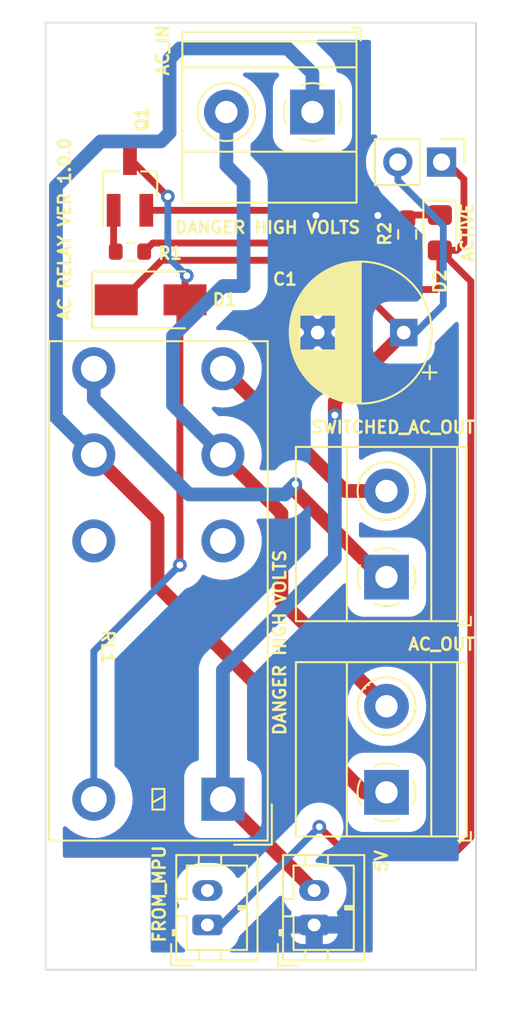
<source format=kicad_pcb>
(kicad_pcb (version 20211014) (generator pcbnew)
  (layers (0 "F.Cu" signal) (31 "B.Cu" signal) (34 "B.Paste" user) (35 "F.Paste" user) (36 "B.SilkS" user "B.Silkscreen") (37 "F.SilkS" user "F.Silkscreen") (38 "B.Mask" user) (39 "F.Mask" user) (44 "Edge.Cuts" user))
  (net 0 "")
  (net 1 "AC1")
  (net 2 "AC2")
  (net 3 "GND")
  (net 4 "5V")
  (net 5 "Net-(Q1-Pad1)")
  (net 6 "Net-(D1-Pad2)")
  (net 7 "ACTIVATE")
  (net 8 "AC1OUT")
  (net 9 "AC2OUT")
  (net 12 "Net-(D2-Pad1)")
  (footprint "MountingHole:MountingHole_3.2mm_M3" (layer "F.Cu") (at 163.5 133.5)
    (fp_text reference "H1" hide)
    (fp_text value "MountingHole")
    (pad "" np_thru_hole circle (at 0 0) (size 3.2 3.2) (drill 3.2) (layers *.Cu *.Mask))
  )
  (footprint "TerminalBlock_Phoenix:TerminalBlock_Phoenix_MKDS-1,5-2_1x02_P5.00mm_Horizontal" (layer "F.Cu") (at 156.5 86.195 180)
    (fp_text reference "J6" hide)
    (fp_text value "Screw_Terminal_01x02")
    (fp_line (start 7.56 -5.261) (end 7.56 4.66) (layer "F.SilkS") (width 0.12))
    (fp_line (start -2.56 -5.261) (end -2.56 4.66) (layer "F.SilkS") (width 0.12))
    (fp_line (start -2.56 -2.301) (end 7.56 -2.301) (layer "F.SilkS") (width 0.12))
    (fp_line (start 3.966 1.239) (end 3.931 1.274) (layer "F.SilkS") (width 0.12))
    (fp_line (start -2.8 4.16) (end -2.8 4.9) (layer "F.SilkS") (width 0.12))
    (fp_line (start 6.275 -1.069) (end 6.228 -1.023) (layer "F.SilkS") (width 0.12))
    (fp_line (start -2.8 4.9) (end -2.3 4.9) (layer "F.SilkS") (width 0.12))
    (fp_line (start 3.773 1.023) (end 3.726 1.069) (layer "F.SilkS") (width 0.12))
    (fp_line (start -2.56 4.66) (end 7.56 4.66) (layer "F.SilkS") (width 0.12))
    (fp_line (start 6.07 -1.275) (end 6.035 -1.239) (layer "F.SilkS") (width 0.12))
    (fp_line (start -2.56 -5.261) (end 7.56 -5.261) (layer "F.SilkS") (width 0.12))
    (fp_line (start -2.56 4.1) (end 7.56 4.1) (layer "F.SilkS") (width 0.12))
    (fp_line (start -2.56 2.6) (end 7.56 2.6) (layer "F.SilkS") (width 0.12))
    (fp_arc (start -0.683042 -1.535427) (mid 0.000524 -1.680501) (end 0.684 -1.535) (layer "F.SilkS") (width 0.12))
    (fp_arc (start 0.028805 1.680253) (mid -0.335551 1.646659) (end -0.684 1.535) (layer "F.SilkS") (width 0.12))
    (fp_arc (start 0.683318 1.534756) (mid 0.349292 1.643288) (end 0 1.68) (layer "F.SilkS") (width 0.12))
    (fp_arc (start 1.535427 -0.683042) (mid 1.680501 0.000524) (end 1.535 0.684) (layer "F.SilkS") (width 0.12))
    (fp_arc (start -1.535427 0.683042) (mid -1.680501 -0.000524) (end -1.535 -0.684) (layer "F.SilkS") (width 0.12))
    (fp_circle (center 5 0) (end 6.68 0) (layer "F.SilkS") (width 0.12) (fill none))
    (pad "1" thru_hole rect (at 0 0 180) (size 2.6 2.6) (drill 1.3) (layers *.Cu *.Mask) (net 1 "AC1"))
    (pad "2" thru_hole circle (at 5 0 180) (size 2.6 2.6) (drill 1.3) (layers *.Cu *.Mask) (net 2 "AC2"))
  )
  (footprint "Diode_SMD:D_SMA" (layer "F.Cu") (at 147.1 97.1)
    (fp_text reference "D1" (at 4.3 0 unlocked) (layer "F.SilkS") (effects (font (size 0.7 0.7))))
    (fp_text value "1N4001")
    (fp_line (start -3.4 -1.65) (end -3.4 1.65) (layer "F.SilkS") (width 0.12))
    (fp_line (start -3.4 1.65) (end 2 1.65) (layer "F.SilkS") (width 0.12))
    (fp_line (start -3.4 -1.65) (end 2 -1.65) (layer "F.SilkS") (width 0.12))
    (pad "1" smd rect (at -2 0) (size 2.5 1.8) (layers "F.Cu" "F.Paste" "F.Mask") (net 4 "5V"))
    (pad "2" smd rect (at 2 0) (size 2.5 1.8) (layers "F.Cu" "F.Paste" "F.Mask") (net 6 "Net-(D1-Pad2)"))
  )
  (footprint "MountingHole:MountingHole_3.2mm_M3" (layer "F.Cu") (at 164 83.5)
    (fp_text reference "H2" hide)
    (fp_text value "MountingHole")
    (pad "" np_thru_hole circle (at 0 0) (size 3.2 3.2) (drill 3.2) (layers *.Cu *.Mask))
  )
  (footprint "TerminalBlock_Phoenix:TerminalBlock_Phoenix_MKDS-1,5-2_1x02_P5.00mm_Horizontal" (layer "F.Cu") (at 160.8 113.2 90)
    (fp_text reference "J3" hide)
    (fp_text value "Screw_Terminal_01x02")
    (fp_line (start -2.56 -5.261) (end -2.56 4.66) (layer "F.SilkS") (width 0.12))
    (fp_line (start 6.275 -1.069) (end 6.228 -1.023) (layer "F.SilkS") (width 0.12))
    (fp_line (start -2.56 -2.301) (end 7.56 -2.301) (layer "F.SilkS") (width 0.12))
    (fp_line (start 6.07 -1.275) (end 6.035 -1.239) (layer "F.SilkS") (width 0.12))
    (fp_line (start 3.773 1.023) (end 3.726 1.069) (layer "F.SilkS") (width 0.12))
    (fp_line (start 3.966 1.239) (end 3.931 1.274) (layer "F.SilkS") (width 0.12))
    (fp_line (start 7.56 -5.261) (end 7.56 4.66) (layer "F.SilkS") (width 0.12))
    (fp_line (start -2.56 -5.261) (end 7.56 -5.261) (layer "F.SilkS") (width 0.12))
    (fp_line (start -2.56 4.66) (end 7.56 4.66) (layer "F.SilkS") (width 0.12))
    (fp_line (start -2.8 4.9) (end -2.3 4.9) (layer "F.SilkS") (width 0.12))
    (fp_line (start -2.56 2.6) (end 7.56 2.6) (layer "F.SilkS") (width 0.12))
    (fp_line (start -2.8 4.16) (end -2.8 4.9) (layer "F.SilkS") (width 0.12))
    (fp_line (start -2.56 4.1) (end 7.56 4.1) (layer "F.SilkS") (width 0.12))
    (fp_arc (start -1.535427 0.683042) (mid -1.680501 -0.000524) (end -1.535 -0.684) (layer "F.SilkS") (width 0.12))
    (fp_arc (start -0.683042 -1.535427) (mid 0.000524 -1.680501) (end 0.684 -1.535) (layer "F.SilkS") (width 0.12))
    (fp_arc (start 1.535427 -0.683042) (mid 1.680501 0.000524) (end 1.535 0.684) (layer "F.SilkS") (width 0.12))
    (fp_arc (start 0.028805 1.680253) (mid -0.335551 1.646659) (end -0.684 1.535) (layer "F.SilkS") (width 0.12))
    (fp_arc (start 0.683318 1.534756) (mid 0.349292 1.643288) (end 0 1.68) (layer "F.SilkS") (width 0.12))
    (fp_circle (center 5 0) (end 6.68 0) (layer "F.SilkS") (width 0.12) (fill none))
    (pad "1" thru_hole rect (at 0 0 90) (size 2.6 2.6) (drill 1.3) (layers *.Cu *.Mask) (net 9 "AC2OUT"))
    (pad "2" thru_hole circle (at 5 0 90) (size 2.6 2.6) (drill 1.3) (layers *.Cu *.Mask) (net 8 "AC1OUT"))
  )
  (footprint "MountingHole:MountingHole_3.2mm_M3" (layer "F.Cu") (at 143.5 83.5)
    (fp_text reference "H4" hide)
    (fp_text value "MountingHole")
    (pad "" np_thru_hole circle (at 0 0) (size 3.2 3.2) (drill 3.2) (layers *.Cu *.Mask))
  )
  (footprint "TerminalBlock_Phoenix:TerminalBlock_Phoenix_MKDS-1,5-2_1x02_P5.00mm_Horizontal" (layer "F.Cu") (at 160.8 125.7 90)
    (fp_text reference "J5" hide)
    (fp_text value "Screw_Terminal_01x02")
    (fp_line (start 6.07 -1.275) (end 6.035 -1.239) (layer "F.SilkS") (width 0.12))
    (fp_line (start 6.275 -1.069) (end 6.228 -1.023) (layer "F.SilkS") (width 0.12))
    (fp_line (start -2.8 4.16) (end -2.8 4.9) (layer "F.SilkS") (width 0.12))
    (fp_line (start 7.56 -5.261) (end 7.56 4.66) (layer "F.SilkS") (width 0.12))
    (fp_line (start -2.56 4.1) (end 7.56 4.1) (layer "F.SilkS") (width 0.12))
    (fp_line (start 3.773 1.023) (end 3.726 1.069) (layer "F.SilkS") (width 0.12))
    (fp_line (start -2.56 -5.261) (end 7.56 -5.261) (layer "F.SilkS") (width 0.12))
    (fp_line (start -2.56 -5.261) (end -2.56 4.66) (layer "F.SilkS") (width 0.12))
    (fp_line (start -2.56 -2.301) (end 7.56 -2.301) (layer "F.SilkS") (width 0.12))
    (fp_line (start 3.966 1.239) (end 3.931 1.274) (layer "F.SilkS") (width 0.12))
    (fp_line (start -2.8 4.9) (end -2.3 4.9) (layer "F.SilkS") (width 0.12))
    (fp_line (start -2.56 4.66) (end 7.56 4.66) (layer "F.SilkS") (width 0.12))
    (fp_line (start -2.56 2.6) (end 7.56 2.6) (layer "F.SilkS") (width 0.12))
    (fp_arc (start -0.683042 -1.535427) (mid 0.000524 -1.680501) (end 0.684 -1.535) (layer "F.SilkS") (width 0.12))
    (fp_arc (start 0.683318 1.534756) (mid 0.349292 1.643288) (end 0 1.68) (layer "F.SilkS") (width 0.12))
    (fp_arc (start 0.028805 1.680253) (mid -0.335551 1.646659) (end -0.684 1.535) (layer "F.SilkS") (width 0.12))
    (fp_arc (start -1.535427 0.683042) (mid -1.680501 -0.000524) (end -1.535 -0.684) (layer "F.SilkS") (width 0.12))
    (fp_arc (start 1.535427 -0.683042) (mid 1.680501 0.000524) (end 1.535 0.684) (layer "F.SilkS") (width 0.12))
    (fp_circle (center 5 0) (end 6.68 0) (layer "F.SilkS") (width 0.12) (fill none))
    (pad "1" thru_hole rect (at 0 0 90) (size 2.6 2.6) (drill 1.3) (layers *.Cu *.Mask) (net 1 "AC1"))
    (pad "2" thru_hole circle (at 5 0 90) (size 2.6 2.6) (drill 1.3) (layers *.Cu *.Mask) (net 2 "AC2"))
  )
  (footprint "Connector_PinHeader_2.54mm:PinHeader_1x02_P2.54mm_Vertical" (layer "F.Cu") (at 164 89.1 -90)
    (fp_text reference "J2" hide)
    (fp_text value "Conn_01x02_Male")
    (fp_line (start -1.33 3.87) (end 1.33 3.87) (layer "F.SilkS") (width 0.12))
    (fp_line (start -1.33 1.27) (end 1.33 1.27) (layer "F.SilkS") (width 0.12))
    (fp_line (start -1.33 0) (end -1.33 -1.33) (layer "F.SilkS") (width 0.12))
    (fp_line (start 1.33 1.27) (end 1.33 3.87) (layer "F.SilkS") (width 0.12))
    (fp_line (start -1.33 1.27) (end -1.33 3.87) (layer "F.SilkS") (width 0.12))
    (fp_line (start -1.33 -1.33) (end 0 -1.33) (layer "F.SilkS") (width 0.12))
    (pad "1" thru_hole rect (at 0 0 270) (size 1.7 1.7) (drill 1) (layers *.Cu *.Mask) (net 7 "ACTIVATE"))
    (pad "2" thru_hole oval (at 0 2.54 270) (size 1.7 1.7) (drill 1) (layers *.Cu *.Mask) (net 4 "5V"))
  )
  (footprint "Package_TO_SOT_SMD:SOT-23_Handsoldering" (layer "F.Cu") (at 145.9 90.4 90)
    (fp_text reference "Q1" (at 3.8 0.7 90 unlocked) (layer "F.SilkS") (effects (font (size 0.7 0.7))))
    (fp_text value "2SC1945")
    (fp_line (start 0.76 1.58) (end 0.76 0.65) (layer "F.SilkS") (width 0.12))
    (fp_line (start 0.76 -1.58) (end -2.4 -1.58) (layer "F.SilkS") (width 0.12))
    (fp_line (start 0.76 1.58) (end -0.7 1.58) (layer "F.SilkS") (width 0.12))
    (fp_line (start 0.76 -1.58) (end 0.76 -0.65) (layer "F.SilkS") (width 0.12))
    (pad "1" smd rect (at -1.5 -0.95 90) (size 1.9 0.8) (layers "F.Cu" "F.Paste" "F.Mask") (net 5 "Net-(Q1-Pad1)"))
    (pad "2" smd rect (at -1.5 0.95 90) (size 1.9 0.8) (layers "F.Cu" "F.Paste" "F.Mask") (net 3 "GND"))
    (pad "3" smd rect (at 1.5 0 90) (size 1.9 0.8) (layers "F.Cu" "F.Paste" "F.Mask") (net 6 "Net-(D1-Pad2)"))
  )
  (footprint "Relay_THT:Relay_DPDT_Omron_G2RL" (layer "F.Cu") (at 151.3 126.1 90)
    (fp_text reference "RL1" (at 8.8375 -6.6875 270 unlocked) (layer "F.SilkS") (effects (font (size 0.7 0.7))))
    (fp_text value "G2RL-2-ASI-DC5")
    (fp_line (start 0.6 -4.1) (end -0.6 -4.1) (layer "F.SilkS") (width 0.12))
    (fp_line (start -0.3 2.84) (end -2.64 2.84) (layer "F.SilkS") (width 0.12))
    (fp_line (start -0.6 -3.4) (end 0.6 -3.4) (layer "F.SilkS") (width 0.12))
    (fp_line (start -0.6 -4.1) (end -0.6 -3.4) (layer "F.SilkS") (width 0.12))
    (fp_line (start 0.2 -3.4) (end -0.2 -4.1) (layer "F.SilkS") (width 0.12))
    (fp_line (start -2.4 -10.1) (end -2.4 2.6) (layer "F.SilkS") (width 0.12))
    (fp_line (start -2.64 2.84) (end -2.64 0.65) (layer "F.SilkS") (width 0.12))
    (fp_line (start 26.6 2.6) (end 26.6 -10.1) (layer "F.SilkS") (width 0.12))
    (fp_line (start 26.6 -10.1) (end -2.4 -10.1) (layer "F.SilkS") (width 0.12))
    (fp_line (start -2.4 2.6) (end 26.6 2.6) (layer "F.SilkS") (width 0.12))
    (fp_line (start 0.6 -3.4) (end 0.6 -4.1) (layer "F.SilkS") (width 0.12))
    (pad "1" thru_hole rect (at 0 0 180) (size 2.5 2.5) (drill 1.5) (layers *.Cu *.Mask) (net 4 "5V"))
    (pad "2" thru_hole oval (at 15 0 180) (size 2.5 2.5) (drill 1.5) (layers *.Cu *.Mask))
    (pad "3" thru_hole oval (at 20 0 180) (size 2.5 2.5) (drill 1.5) (layers *.Cu *.Mask) (net 2 "AC2"))
    (pad "4" thru_hole oval (at 25 0 180) (size 2.5 2.5) (drill 1.5) (layers *.Cu *.Mask) (net 8 "AC1OUT"))
    (pad "5" thru_hole oval (at 25 -7.5 180) (size 2.5 2.5) (drill 1.5) (layers *.Cu *.Mask) (net 9 "AC2OUT"))
    (pad "6" thru_hole oval (at 20 -7.5 180) (size 2.5 2.5) (drill 1.5) (layers *.Cu *.Mask) (net 1 "AC1"))
    (pad "7" thru_hole oval (at 15 -7.5 180) (size 2.5 2.5) (drill 1.5) (layers *.Cu *.Mask))
    (pad "8" thru_hole oval (at 0 -7.5 180) (size 2.5 2.5) (drill 1.5) (layers *.Cu *.Mask) (net 6 "Net-(D1-Pad2)"))
  )
  (footprint "Diode_SMD:D_0805_2012Metric_Pad1.15x1.40mm_HandSolder" (layer "F.Cu") (at 163.9 93.2 -90)
    (fp_text reference "D2" (at 2.825 0 -270 unlocked) (layer "F.SilkS") (effects (font (size 0.7 0.7))))
    (fp_text value "LED")
    (fp_line (start -1.86 0.96) (end 1 0.96) (layer "F.SilkS") (width 0.12))
    (fp_line (start -1.86 -0.96) (end -1.86 0.96) (layer "F.SilkS") (width 0.12))
    (fp_line (start 1 -0.96) (end -1.86 -0.96) (layer "F.SilkS") (width 0.12))
    (pad "1" smd roundrect (at -1.025 0 270) (size 1.15 1.4) (layers "F.Cu" "F.Paste" "F.Mask") (roundrect_rratio 0.2173913043) (net 12 "Net-(D2-Pad1)"))
    (pad "2" smd roundrect (at 1.025 0 270) (size 1.15 1.4) (layers "F.Cu" "F.Paste" "F.Mask") (roundrect_rratio 0.2173913043) (net 7 "ACTIVATE"))
  )
  (footprint "Resistor_SMD:R_0603_1608Metric_Pad0.98x0.95mm_HandSolder" (layer "F.Cu") (at 162 93.3 -90)
    (fp_text reference "R2" (at -0.0375 1.3 -270 unlocked) (layer "F.SilkS") (effects (font (size 0.7 0.7))))
    (fp_text value "750R")
    (fp_line (start -0.254724 -0.5225) (end 0.254724 -0.5225) (layer "F.SilkS") (width 0.12))
    (fp_line (start -0.254724 0.5225) (end 0.254724 0.5225) (layer "F.SilkS") (width 0.12))
    (pad "1" smd roundrect (at -0.9125 0 270) (size 0.975 0.95) (layers "F.Cu" "F.Paste" "F.Mask") (net 12 "Net-(D2-Pad1)"))
    (pad "2" smd roundrect (at 0.9125 0 270) (size 0.975 0.95) (layers "F.Cu" "F.Paste" "F.Mask") (net 3 "GND"))
  )
  (footprint "Connector_JST:JST_PH_B2B-PH-K_1x02_P2.00mm_Vertical" (layer "F.Cu") (at 150.4 133.4 90)
    (fp_text reference "J1" hide)
    (fp_text value "Conn_01x02_Male")
    (fp_line (start 4.06 -1.81) (end -2.06 -1.81) (layer "F.SilkS") (width 0.12))
    (fp_line (start -2.06 2.91) (end 4.06 2.91) (layer "F.SilkS") (width 0.12))
    (fp_line (start -0.3 -1.81) (end -0.3 -2.01) (layer "F.SilkS") (width 0.12))
    (fp_line (start 1.1 1.8) (end 1.1 2.3) (layer "F.SilkS") (width 0.12))
    (fp_line (start -0.6 -2.01) (end -0.6 -1.81) (layer "F.SilkS") (width 0.12))
    (fp_line (start 0.9 1.8) (end 1.1 1.8) (layer "F.SilkS") (width 0.12))
    (fp_line (start 4.06 0.8) (end 3.45 0.8) (layer "F.SilkS") (width 0.12))
    (fp_line (start 0.9 2.3) (end 0.9 1.8) (layer "F.SilkS") (width 0.12))
    (fp_line (start 3.45 2.3) (end 3.45 -1.2) (layer "F.SilkS") (width 0.12))
    (fp_line (start -0.3 -2.01) (end -0.6 -2.01) (layer "F.SilkS") (width 0.12))
    (fp_line (start 1.5 -1.2) (end 1.5 -1.81) (layer "F.SilkS") (width 0.12))
    (fp_line (start -2.36 -2.11) (end -2.36 -0.86) (layer "F.SilkS") (width 0.12))
    (fp_line (start 4.06 2.91) (end 4.06 -1.81) (layer "F.SilkS") (width 0.12))
    (fp_line (start 0.5 -1.81) (end 0.5 -1.2) (layer "F.SilkS") (width 0.12))
    (fp_line (start 3.45 -1.2) (end 1.5 -1.2) (layer "F.SilkS") (width 0.12))
    (fp_line (start -2.06 0.8) (end -1.45 0.8) (layer "F.SilkS") (width 0.12))
    (fp_line (start -1.11 -2.11) (end -2.36 -2.11) (layer "F.SilkS") (width 0.12))
    (fp_line (start 1 2.3) (end 1 1.8) (layer "F.SilkS") (width 0.12))
    (fp_line (start -2.06 -1.81) (end -2.06 2.91) (layer "F.SilkS") (width 0.12))
    (fp_line (start 4.06 -0.5) (end 3.45 -0.5) (layer "F.SilkS") (width 0.12))
    (fp_line (start -0.3 -1.91) (end -0.6 -1.91) (layer "F.SilkS") (width 0.12))
    (fp_line (start -2.06 -0.5) (end -1.45 -0.5) (layer "F.SilkS") (width 0.12))
    (fp_line (start 0.5 -1.2) (end -1.45 -1.2) (layer "F.SilkS") (width 0.12))
    (fp_line (start -1.45 -1.2) (end -1.45 2.3) (layer "F.SilkS") (width 0.12))
    (fp_line (start -1.45 2.3) (end 3.45 2.3) (layer "F.SilkS") (width 0.12))
    (pad "1" thru_hole roundrect (at 0 0 90) (size 1.2 1.75) (drill 0.75) (layers *.Cu *.Mask) (roundrect_rratio 0.2083333333) (net 7 "ACTIVATE"))
    (pad "2" thru_hole oval (at 2 0 90) (size 1.2 1.75) (drill 0.75) (layers *.Cu *.Mask))
  )
  (footprint "MountingHole:MountingHole_3.2mm_M3" (layer "F.Cu") (at 143.5 133.5)
    (fp_text reference "H3" hide)
    (fp_text value "MountingHole")
    (pad "" np_thru_hole circle (at 0 0) (size 3.2 3.2) (drill 3.2) (layers *.Cu *.Mask))
  )
  (footprint "Resistor_SMD:R_0603_1608Metric" (layer "F.Cu") (at 145.9 94.3 180)
    (fp_text reference "R1" (at -2.33 -0.1 unlocked) (layer "F.SilkS") (effects (font (size 0.7 0.7))))
    (fp_text value "1K")
    (fp_line (start -0.237258 -0.5225) (end 0.237258 -0.5225) (layer "F.SilkS") (width 0.12))
    (fp_line (start -0.237258 0.5225) (end 0.237258 0.5225) (layer "F.SilkS") (width 0.12))
    (pad "1" smd roundrect (at -0.825 0 180) (size 0.8 0.95) (layers "F.Cu" "F.Paste" "F.Mask") (net 7 "ACTIVATE"))
    (pad "2" smd roundrect (at 0.825 0 180) (size 0.8 0.95) (layers "F.Cu" "F.Paste" "F.Mask") (net 5 "Net-(Q1-Pad1)"))
  )
  (footprint "Connector_JST:JST_PH_B2B-PH-K_1x02_P2.00mm_Vertical" (layer "F.Cu") (at 156.6 133.4 90)
    (fp_text reference "J4" hide)
    (fp_text value "Conn_01x02_Male")
    (fp_line (start -1.45 2.3) (end 3.45 2.3) (layer "F.SilkS") (width 0.12))
    (fp_line (start 1 2.3) (end 1 1.8) (layer "F.SilkS") (width 0.12))
    (fp_line (start -2.06 0.8) (end -1.45 0.8) (layer "F.SilkS") (width 0.12))
    (fp_line (start -2.06 -1.81) (end -2.06 2.91) (layer "F.SilkS") (width 0.12))
    (fp_line (start 1.5 -1.2) (end 1.5 -1.81) (layer "F.SilkS") (width 0.12))
    (fp_line (start 0.9 2.3) (end 0.9 1.8) (layer "F.SilkS") (width 0.12))
    (fp_line (start 4.06 0.8) (end 3.45 0.8) (layer "F.SilkS") (width 0.12))
    (fp_line (start 3.45 -1.2) (end 1.5 -1.2) (layer "F.SilkS") (width 0.12))
    (fp_line (start -0.6 -2.01) (end -0.6 -1.81) (layer "F.SilkS") (width 0.12))
    (fp_line (start -2.36 -2.11) (end -2.36 -0.86) (layer "F.SilkS") (width 0.12))
    (fp_line (start -1.45 -1.2) (end -1.45 2.3) (layer "F.SilkS") (width 0.12))
    (fp_line (start -1.11 -2.11) (end -2.36 -2.11) (layer "F.SilkS") (width 0.12))
    (fp_line (start -2.06 -0.5) (end -1.45 -0.5) (layer "F.SilkS") (width 0.12))
    (fp_line (start 0.5 -1.2) (end -1.45 -1.2) (layer "F.SilkS") (width 0.12))
    (fp_line (start -0.3 -2.01) (end -0.6 -2.01) (layer "F.SilkS") (width 0.12))
    (fp_line (start -0.3 -1.81) (end -0.3 -2.01) (layer "F.SilkS") (width 0.12))
    (fp_line (start 4.06 -0.5) (end 3.45 -0.5) (layer "F.SilkS") (width 0.12))
    (fp_line (start 1.1 1.8) (end 1.1 2.3) (layer "F.SilkS") (width 0.12))
    (fp_line (start 3.45 2.3) (end 3.45 -1.2) (layer "F.SilkS") (width 0.12))
    (fp_line (start -2.06 2.91) (end 4.06 2.91) (layer "F.SilkS") (width 0.12))
    (fp_line (start -0.3 -1.91) (end -0.6 -1.91) (layer "F.SilkS") (width 0.12))
    (fp_line (start 0.9 1.8) (end 1.1 1.8) (layer "F.SilkS") (width 0.12))
    (fp_line (start 4.06 2.91) (end 4.06 -1.81) (layer "F.SilkS") (width 0.12))
    (fp_line (start 4.06 -1.81) (end -2.06 -1.81) (layer "F.SilkS") (width 0.12))
    (fp_line (start 0.5 -1.81) (end 0.5 -1.2) (layer "F.SilkS") (width 0.12))
    (pad "1" thru_hole roundrect (at 0 0 90) (size 1.2 1.75) (drill 0.75) (layers *.Cu *.Mask) (roundrect_rratio 0.2083333333) (net 3 "GND"))
    (pad "2" thru_hole oval (at 2 0 90) (size 1.2 1.75) (drill 0.75) (layers *.Cu *.Mask) (net 4 "5V"))
  )
  (footprint "Capacitor_THT:CP_Radial_D8.0mm_P5.00mm" (layer "F.Cu") (at 161.802651 99 180)
    (fp_text reference "C1" (at 6.902651 3.1 unlocked) (layer "F.SilkS") (effects (font (size 0.7 0.7))))
    (fp_text value "C_Polarized")
    (fp_line (start 5.661 1.04) (end 5.661 2.604) (layer "F.SilkS") (width 0.12))
    (fp_line (start 5.941 -2.228) (end 5.941 -1.04) (layer "F.SilkS") (width 0.12))
    (fp_line (start -1.909698 -2.315) (end -1.109698 -2.315) (layer "F.SilkS") (width 0.12))
    (fp_line (start 4.301 1.04) (end 4.301 3.666) (layer "F.SilkS") (width 0.12))
    (fp_line (start 2.82 -4.068) (end 2.82 4.068) (layer "F.SilkS") (width 0.12))
    (fp_line (start 4.421 -3.606) (end 4.421 -1.04) (layer "F.SilkS") (width 0.12))
    (fp_line (start 4.981 -3.25) (end 4.981 -1.04) (layer "F.SilkS") (width 0.12))
    (fp_line (start 5.381 1.04) (end 5.381 2.907) (layer "F.SilkS") (width 0.12))
    (fp_line (start 2.86 -4.065) (end 2.86 4.065) (layer "F.SilkS") (width 0.12))
    (fp_line (start 5.341 1.04) (end 5.341 2.945) (layer "F.SilkS") (width 0.12))
    (fp_line (start 5.181 -3.09) (end 5.181 -1.04) (layer "F.SilkS") (width 0.12))
    (fp_line (start 4.621 1.04) (end 4.621 3.493) (layer "F.SilkS") (width 0.12))
    (fp_line (start 4.981 1.04) (end 4.981 3.25) (layer "F.SilkS") (width 0.12))
    (fp_line (start 5.061 -3.189) (end 5.061 -1.04) (layer "F.SilkS") (width 0.12))
    (fp_line (start 4.621 -3.493) (end 4.621 -1.04) (layer "F.SilkS") (width 0.12))
    (fp_line (start 3.501 -3.957) (end 3.501 3.957) (layer "F.SilkS") (width 0.12))
    (fp_line (start 3.02 -4.048) (end 3.02 4.048) (layer "F.SilkS") (width 0.12))
    (fp_line (start 4.701 1.04) (end 4.701 3.444) (layer "F.SilkS") (width 0.12))
    (fp_line (start 5.781 1.04) (end 5.781 2.454) (layer "F.SilkS") (width 0.12))
    (fp_line (start 3.701 -3.902) (end 3.701 3.902) (layer "F.SilkS") (width 0.12))
    (fp_line (start 4.381 -3.627) (end 4.381 -1.04) (layer "F.SilkS") (width 0.12))
    (fp_line (start 4.901 1.04) (end 4.901 3.309) (layer "F.SilkS") (width 0.12))
    (fp_line (start 5.701 1.04) (end 5.701 2.556) (layer "F.SilkS") (width 0.12))
    (fp_line (start 4.781 1.04) (end 4.781 3.392) (layer "F.SilkS") (width 0.12))
    (fp_line (start 3.261 -4.01) (end 3.261 4.01) (layer "F.SilkS") (width 0.12))
    (fp_line (start 4.301 -3.666) (end 4.301 -1.04) (layer "F.SilkS") (width 0.12))
    (fp_line (start 2.66 -4.077) (end 2.66 4.077) (layer "F.SilkS") (width 0.12))
    (fp_line (start 3.981 -3.805) (end 3.981 -1.04) (layer "F.SilkS") (width 0.12))
    (fp_line (start 5.301 1.04) (end 5.301 2.983) (layer "F.SilkS") (width 0.12))
    (fp_line (start 3.341 -3.994) (end 3.341 3.994) (layer "F.SilkS") (width 0.12))
    (fp_line (start 4.181 -3.722) (end 4.181 -1.04) (layer "F.SilkS") (width 0.12))
    (fp_line (start 5.381 -2.907) (end 5.381 -1.04) (layer "F.SilkS") (width 0.12))
    (fp_line (start 5.941 1.04) (end 5.941 2.228) (layer "F.SilkS") (width 0.12))
    (fp_line (start 5.701 -2.556) (end 5.701 -1.04) (layer "F.SilkS") (width 0.12))
    (fp_line (start 6.301 -1.552) (end 6.301 1.552) (layer "F.SilkS") (width 0.12))
    (fp_line (start 3.621 -3.925) (end 3.621 3.925) (layer "F.SilkS") (width 0.12))
    (fp_line (start 4.261 1.04) (end 4.261 3.686) (layer "F.SilkS") (width 0.12))
    (fp_line (start 4.741 1.04) (end 4.741 3.418) (layer "F.SilkS") (width 0.12))
    (fp_line (start 5.421 1.04) (end 5.421 2.867) (layer "F.SilkS") (width 0.12))
    (fp_line (start 5.581 -2.697) (end 5.581 -1.04) (layer "F.SilkS") (width 0.12))
    (fp_line (start 4.461 1.04) (end 4.461 3.584) (layer "F.SilkS") (width 0.12))
    (fp_line (start 5.141 1.04) (end 5.141 3.124) (layer "F.SilkS") (width 0.12))
    (fp_line (start 2.54 -4.08) (end 2.54 4.08) (layer "F.SilkS") (width 0.12))
    (fp_line (start 4.541 -3.54) (end 4.541 -1.04) (layer "F.SilkS") (width 0.12))
    (fp_line (start 5.021 1.04) (end 5.021 3.22) (layer "F.SilkS") (width 0.12))
    (fp_line (start 4.941 -3.28) (end 4.941 -1.04) (layer "F.SilkS") (width 0.12))
    (fp_line (start 6.501 -0.948) (end 6.501 0.948) (layer "F.SilkS") (width 0.12))
    (fp_line (start 2.98 -4.052) (end 2.98 4.052) (layer "F.SilkS") (width 0.12))
    (fp_line (start 3.541 -3.947) (end 3.541 3.947) (layer "F.SilkS") (width 0.12))
    (fp_line (start 5.861 -2.345) (end 5.861 -1.04) (layer "F.SilkS") (width 0.12))
    (fp_line (start 5.741 -2.505) (end 5.741 -1.04) (layer "F.SilkS") (width 0.12))
    (fp_line (start 5.101 1.04) (end 5.101 3.156) (layer "F.SilkS") (width 0.12))
    (fp_line (start 3.301 -4.002) (end 3.301 4.002) (layer "F.SilkS") (width 0.12))
    (fp_line (start 5.621 1.04) (end 5.621 2.651) (layer "F.SilkS") (width 0.12))
    (fp_line (start 3.901 -3.835) (end 3.901 3.835) (layer "F.SilkS") (width 0.12))
    (fp_line (start 4.861 -3.338) (end 4.861 -1.04) (layer "F.SilkS") (width 0.12))
    (fp_line (start 6.101 -1.964) (end 6.101 1.964) (layer "F.SilkS") (width 0.12))
    (fp_line (start 3.14 -4.03) (end 3.14 4.03) (layer "F.SilkS") (width 0.12))
    (fp_line (start 2.7 -4.076) (end 2.7 4.076) (layer "F.SilkS") (width 0.12))
    (fp_line (start 6.381 -1.346) (end 6.381 1.346) (layer "F.SilkS") (width 0.12))
    (fp_line (start -1.509698 -2.715) (end -1.509698 -1.915) (layer "F.SilkS") (width 0.12))
    (fp_line (start 2.5 -4.08) (end 2.5 4.08) (layer "F.SilkS") (width 0.12))
    (fp_line (start 5.261 -3.019) (end 5.261 -1.04) (layer "F.SilkS") (width 0.12))
    (fp_line (start 6.141 -1.89) (end 6.141 1.89) (layer "F.SilkS") (width 0.12))
    (fp_line (start 5.741 1.04) (end 5.741 2.505) (layer "F.SilkS") (width 0.12))
    (fp_line (start 6.581 -0.533) (end 6.581 0.533) (layer "F.SilkS") (width 0.12))
    (fp_line (start 4.821 -3.365) (end 4.821 -1.04) (layer "F.SilkS") (width 0.12))
    (fp_line (start 4.101 -3.757) (end 4.101 -1.04) (layer "F.SilkS") (width 0.12))
    (fp_line (start 6.461 -1.098) (end 6.461 1.098) (layer "F.SilkS") (width 0.12))
    (fp_line (start 4.061 1.04) (end 4.061 3.774) (layer "F.SilkS") (width 0.12))
    (fp_line (start 4.541 1.04) (end 4.541 3.54) (layer "F.SilkS") (width 0.12))
    (fp_line (start 5.221 -3.055) (end 5.221 -1.04) (layer "F.SilkS") (width 0.12))
    (fp_line (start 5.421 -2.867) (end 5.421 -1.04) (layer "F.SilkS") (width 0.12))
    (fp_line (start 4.501 1.04) (end 4.501 3.562) (layer "F.SilkS") (width 0.12))
    (fp_line (start 3.461 -3.967) (end 3.461 3.967) (layer "F.SilkS") (width 0.12))
    (fp_line (start 4.341 1.04) (end 4.341 3.647) (layer "F.SilkS") (width 0.12))
    (fp_line (start 5.061 1.04) (end 5.061 3.189) (layer "F.SilkS") (width 0.12))
    (fp_line (start 5.981 -2.166) (end 5.981 -1.04) (layer "F.SilkS") (width 0.12))
    (fp_line (start 5.181 1.04) (end 5.181 3.09) (layer "F.SilkS") (width 0.12))
    (fp_line (start 3.1 -4.037) (end 3.1 4.037) (layer "F.SilkS") (width 0.12))
    (fp_line (start 4.821 1.04) (end 4.821 3.365) (layer "F.SilkS") (width 0.12))
    (fp_line (start 6.021 -2.102) (end 6.021 -1.04) (layer "F.SilkS") (width 0.12))
    (fp_line (start 4.781 -3.392) (end 4.781 -1.04) (layer "F.SilkS") (width 0.12))
    (fp_line (start 3.781 -3.877) (end 3.781 3.877) (layer "F.SilkS") (width 0.12))
    (fp_line (start 3.941 -3.821) (end 3.941 3.821) (layer "F.SilkS") (width 0.12))
    (fp_line (start 5.301 -2.983) (end 5.301 -1.04) (layer "F.SilkS") (width 0.12))
    (fp_line (start 4.221 1.04) (end 4.221 3.704) (layer "F.SilkS") (width 0.12))
    (fp_line (start 4.661 1.04) (end 4.661 3.469) (layer "F.SilkS") (width 0.12))
    (fp_line (start 3.581 -3.936) (end 3.581 3.936) (layer "F.SilkS") (width 0.12))
    (fp_line (start 4.021 1.04) (end 4.021 3.79) (layer "F.SilkS") (width 0.12))
    (fp_line (start 4.901 -3.309) (end 4.901 -1.04) (layer "F.SilkS") (width 0.12))
    (fp_line (start 5.661 -2.604) (end 5.661 -1.04) (layer "F.SilkS") (width 0.12))
    (fp_line (start 5.501 1.04) (end 5.501 2.784) (layer "F.SilkS") (width 0.12))
    (fp_line (start 5.901 1.04) (end 5.901 2.287) (layer "F.SilkS") (width 0.12))
    (fp_line (start 3.661 -3.914) (end 3.661 3.914) (layer "F.SilkS") (width 0.12))
    (fp_line (start 3.861 -3.85) (end 3.861 3.85) (layer "F.SilkS") (width 0.12))
    (fp_line (start 4.381 1.04) (end 4.381 3.627) (layer "F.SilkS") (width 0.12))
    (fp_line (start 5.621 -2.651) (end 5.621 -1.04) (layer "F.SilkS") (width 0.12))
    (fp_line (start 6.221 -1.731) (end 6.221 1.731) (layer "F.SilkS") (width 0.12))
    (fp_line (start 5.221 1.04) (end 5.221 3.055) (layer "F.SilkS") (width 0.12))
    (fp_line (start 3.981 1.04) (end 3.981 3.805) (layer "F.SilkS") (width 0.12))
    (fp_line (start 4.181 1.04) (end 4.181 3.722) (layer "F.SilkS") (width 0.12))
    (fp_line (start 4.341 -3.647) (end 4.341 -1.04) (layer "F.SilkS") (width 0.12))
    (fp_line (start 6.341 -1.453) (end 6.341 1.453) (layer "F.SilkS") (width 0.12))
    (fp_line (start 4.581 1.04) (end 4.581 3.517) (layer "F.SilkS") (width 0.12))
    (fp_line (start 3.221 -4.017) (end 3.221 4.017) (layer "F.SilkS") (width 0.12))
    (fp_line (start 2.58 -4.08) (end 2.58 4.08) (layer "F.SilkS") (width 0.12))
    (fp_line (start 2.94 -4.057) (end 2.94 4.057) (layer "F.SilkS") (width 0.12))
    (fp_line (start 4.581 -3.517) (end 4.581 -1.04) (layer "F.SilkS") (width 0.12))
    (fp_line (start 4.021 -3.79) (end 4.021 -1.04) (layer "F.SilkS") (width 0.12))
    (fp_line (start 4.741 -3.418) (end 4.741 -1.04) (layer "F.SilkS") (width 0.12))
    (fp_line (start 4.701 -3.444) (end 4.701 -1.04) (layer "F.SilkS") (width 0.12))
    (fp_line (start 4.941 1.04) (end 4.941 3.28) (layer "F.SilkS") (width 0.12))
    (fp_line (start 3.421 -3.976) (end 3.421 3.976) (layer "F.SilkS") (width 0.12))
    (fp_line (start 5.981 1.04) (end 5.981 2.166) (layer "F.SilkS") (width 0.12))
    (fp_line (start 5.901 -2.287) (end 5.901 -1.04) (layer "F.SilkS") (width 0.12))
    (fp_line (start 5.581 1.04) (end 5.581 2.697) (layer "F.SilkS") (width 0.12))
    (fp_line (start 3.381 -3.985) (end 3.381 3.985) (layer "F.SilkS") (width 0.12))
    (fp_line (start 4.461 -3.584) (end 4.461 -1.04) (layer "F.SilkS") (width 0.12))
    (fp_line (start 4.101 1.04) (end 4.101 3.757) (layer "F.SilkS") (width 0.12))
    (fp_line (start 4.141 1.04) (end 4.141 3.74) (layer "F.SilkS") (width 0.12))
    (fp_line (start 4.501 -3.562) (end 4.501 -1.04) (layer "F.SilkS") (width 0.12))
    (fp_line (start 6.261 -1.645) (end 6.261 1.645) (layer "F.SilkS") (width 0.12))
    (fp_line (start 5.501 -2.784) (end 5.501 -1.04) (layer "F.SilkS") (width 0.12))
    (fp_line (start 3.06 -4.042) (end 3.06 4.042) (layer "F.SilkS") (width 0.12))
    (fp_line (start 5.821 -2.4) (end 5.821 -1.04) (layer "F.SilkS") (width 0.12))
    (fp_line (start 2.9 -4.061) (end 2.9 4.061) (layer "F.SilkS") (width 0.12))
    (fp_line (start 5.861 1.04) (end 5.861 2.345) (layer "F.SilkS") (width 0.12))
    (fp_line (start 5.541 1.04) (end 5.541 2.741) (layer "F.SilkS") (width 0.12))
    (fp_line (start 5.141 -3.124) (end 5.141 -1.04) (layer "F.SilkS") (width 0.12))
    (fp_line (start 5.461 -2.826) (end 5.461 -1.04) (layer "F.SilkS") (width 0.12))
    (fp_line (start 4.861 1.04) (end 4.861 3.338) (layer "F.SilkS") (width 0.12))
    (fp_line (start 5.821 1.04) (end 5.821 2.4) (layer "F.SilkS") (width 0.12))
    (fp_line (start 6.021 1.04) (end 6.021 2.102) (layer "F.SilkS") (width 0.12))
    (fp_line (start 6.061 -2.034) (end 6.061 2.034) (layer "F.SilkS") (width 0.12))
    (fp_line (start 5.341 -2.945) (end 5.341 -1.04) (layer "F.SilkS") (width 0.12))
    (fp_line (start 5.541 -2.741) (end 5.541 -1.04) (layer "F.SilkS") (width 0.12))
    (fp_line (start 4.141 -3.74) (end 4.141 -1.04) (layer "F.SilkS") (width 0.12))
    (fp_line (start 5.021 -3.22) (end 5.021 -1.04) (layer "F.SilkS") (width 0.12))
    (fp_line (start 5.101 -3.156) (end 5.101 -1.04) (layer "F.SilkS") (width 0.12))
    (fp_line (start 3.741 -3.889) (end 3.741 3.889) (layer "F.SilkS") (width 0.12))
    (fp_line (start 4.261 -3.686) (end 4.261 -1.04) (layer "F.SilkS") (width 0.12))
    (fp_line (start 4.421 1.04) (end 4.421 3.606) (layer "F.SilkS") (width 0.12))
    (fp_line (start 5.461 1.04) (end 5.461 2.826) (layer "F.SilkS") (width 0.12))
    (fp_line (start 2.74 -4.074) (end 2.74 4.074) (layer "F.SilkS") (width 0.12))
    (fp_line (start 2.78 -4.071) (end 2.78 4.071) (layer "F.SilkS") (width 0.12))
    (fp_line (start 6.421 -1.229) (end 6.421 1.229) (layer "F.SilkS") (width 0.12))
    (fp_line (start 4.221 -3.704) (end 4.221 -1.04) (layer "F.SilkS") (width 0.12))
    (fp_line (start 5.261 1.04) (end 5.261 3.019) (layer "F.SilkS") (width 0.12))
    (fp_line (start 5.781 -2.454) (end 5.781 -1.04) (layer "F.SilkS") (width 0.12))
    (fp_line (start 6.541 -0.768) (end 6.541 0.768) (layer "F.SilkS") (width 0.12))
    (fp_line (start 3.821 -3.863) (end 3.821 3.863) (layer "F.SilkS") (width 0.12))
    (fp_line (start 4.061 -3.774) (end 4.061 -1.04) (layer "F.SilkS") (width 0.12))
    (fp_line (start 6.181 -1.813) (end 6.181 1.813) (layer "F.SilkS") (width 0.12))
    (fp_line (start 2.62 -4.079) (end 2.62 4.079) (layer "F.SilkS") (width 0.12))
    (fp_line (start 3.18 -4.024) (end 3.18 4.024) (layer "F.SilkS") (width 0.12))
    (fp_line (start 4.661 -3.469) (end 4.661 -1.04) (layer "F.SilkS") (width 0.12))
    (fp_circle (center 2.5 0) (end 6.62 0) (layer "F.SilkS") (width 0.12) (fill none))
    (pad "1" thru_hole rect (at 0 0 180) (size 1.6 1.6) (drill 0.8) (layers *.Cu *.Mask) (net 4 "5V"))
    (pad "2" thru_hole circle (at 5 0 180) (size 1.6 1.6) (drill 0.8) (layers *.Cu *.Mask) (net 3 "GND"))
  )
  (gr_line (start 166 81) (end 166 136) (layer "Edge.Cuts") (width 0.1))
  (gr_line (start 141 136) (end 141 81) (layer "Edge.Cuts") (width 0.1))
  (gr_line (start 141 136) (end 166 136) (layer "Edge.Cuts") (width 0.1))
  (gr_line (start 141 81) (end 166 81) (layer "Edge.Cuts") (width 0.1))
  (gr_text "5V\n" (at 160.5 129.7 90) (layer "F.SilkS") (effects (font (size 0.7 0.7))))
  (gr_text "SWITCHED_AC_OUT" (at 161.183333 104.5) (layer "F.SilkS") (effects (font (size 0.7 0.7))))
  (gr_text "ACTIVE\n" (at 165.5 93.2 90) (layer "F.SilkS") (effects (font (size 0.7 0.7))))
  (gr_text "DANGER HIGH VOLTS" (at 153.9 92.9) (layer "F.SilkS") (effects (font (size 0.7 0.7))))
  (gr_text "FROM_MPU\n" (at 147.6 131.6 90) (layer "F.SilkS") (effects (font (size 0.7 0.7))))
  (gr_text "AC_OUT" (at 164 117.1) (layer "F.SilkS") (effects (font (size 0.7 0.7))))
  (gr_text "DANGER HIGH VOLTS" (at 154.6 117 90) (layer "F.SilkS") (effects (font (size 0.7 0.7))))
  (gr_text "AC RELAY VER 1.0.0" (at 142.1 93 90) (layer "F.SilkS") (effects (font (size 0.7 0.7))))
  (gr_text "AC_IN" (at 147.8 82.6 90) (layer "F.SilkS") (effects (font (size 0.7 0.7))))
  (segment (start 159.5 125.7) (end 160.8 125.7) (width 0.8) (layer "F.Cu") (net 1))
  (segment (start 147.5 113.7) (end 159.5 125.7) (width 0.8) (layer "F.Cu") (net 1))
  (segment (start 147.5 109.8) (end 147.5 113.7) (width 0.8) (layer "F.Cu") (net 1))
  (segment (start 143.8 106.1) (end 147.5 109.8) (width 0.8) (layer "F.Cu") (net 1))
  (segment (start 143.8 106.1) (end 141.6 103.9) (width 0.8) (layer "B.Cu") (net 1))
  (segment (start 148.2 87.4) (end 148.2 83.1) (width 0.8) (layer "B.Cu") (net 1))
  (segment (start 156.5 83.95) (end 156.5 86.195) (width 0.8) (layer "B.Cu") (net 1))
  (segment (start 148.2 83.1) (end 148.8 82.5) (width 0.8) (layer "B.Cu") (net 1))
  (segment (start 141.6 103.9) (end 141.6 90.5) (width 0.8) (layer "B.Cu") (net 1))
  (segment (start 141.6 90.5) (end 144.2 87.9) (width 0.8) (layer "B.Cu") (net 1))
  (segment (start 155.05 82.5) (end 156.5 83.95) (width 0.8) (layer "B.Cu") (net 1))
  (segment (start 147.7 87.9) (end 148.2 87.4) (width 0.8) (layer "B.Cu") (net 1))
  (segment (start 144.2 87.9) (end 147.7 87.9) (width 0.8) (layer "B.Cu") (net 1))
  (segment (start 148.8 82.5) (end 155.05 82.5) (width 0.8) (layer "B.Cu") (net 1))
  (segment (start 160.8 120.7) (end 154.7 114.6) (width 0.8) (layer "F.Cu") (net 2))
  (segment (start 154.7 109.5) (end 151.3 106.1) (width 0.8) (layer "F.Cu") (net 2))
  (segment (start 154.7 114.6) (end 154.7 109.5) (width 0.8) (layer "F.Cu") (net 2))
  (segment (start 151.3 96.3) (end 152.5 96.3) (width 0.8) (layer "B.Cu") (net 2))
  (segment (start 151.5 89.3) (end 151.5 86.195) (width 0.8) (layer "B.Cu") (net 2))
  (segment (start 152.5 96.3) (end 152.5 90.3) (width 0.8) (layer "B.Cu") (net 2))
  (segment (start 151.85 89.65) (end 151.5 89.3) (width 0.8) (layer "B.Cu") (net 2))
  (segment (start 151.3 106.1) (end 148.4 103.2) (width 0.8) (layer "B.Cu") (net 2))
  (segment (start 152.5 90.3) (end 151.85 89.65) (width 0.8) (layer "B.Cu") (net 2))
  (segment (start 148.4 99.2) (end 151.3 96.3) (width 0.8) (layer "B.Cu") (net 2))
  (segment (start 148.4 103.2) (end 148.4 99.2) (width 0.8) (layer "B.Cu") (net 2))
  (segment (start 162 94.2125) (end 162 93.9) (width 0.4) (layer "F.Cu") (net 3))
  (segment (start 156.4 91.9) (end 156.7 92.2) (width 0.4) (layer "F.Cu") (net 3))
  (segment (start 146.85 91.9) (end 156.4 91.9) (width 0.4) (layer "F.Cu") (net 3))
  (segment (start 162 93.9) (end 160.3 92.2) (width 0.4) (layer "F.Cu") (net 3))
  (via (at 160.3 92.2) (size 0.8) (drill 0.4) (layers "F.Cu" "B.Cu") (net 3))
  (via (at 156.7 92.2) (size 0.8) (drill 0.4) (layers "F.Cu" "B.Cu") (net 3))
  (segment (start 147.75 94.8) (end 145.45 97.1) (width 0.4) (layer "F.Cu") (net 4))
  (segment (start 157.602651 94.8) (end 147.75 94.8) (width 0.4) (layer "F.Cu") (net 4))
  (segment (start 145.45 97.1) (end 145.1 97.1) (width 0.4) (layer "F.Cu") (net 4))
  (segment (start 157.8 103.002651) (end 161.802651 99) (width 0.8) (layer "F.Cu") (net 4))
  (segment (start 161.802651 99) (end 157.602651 94.8) (width 0.4) (layer "F.Cu") (net 4))
  (segment (start 157.8 103.8) (end 157.8 103.002651) (width 0.8) (layer "F.Cu") (net 4))
  (segment (start 156.6 131.4) (end 151.3 126.1) (width 0.8) (layer "F.Cu") (net 4))
  (via (at 157.8 103.8) (size 0.8) (drill 0.4) (layers "F.Cu" "B.Cu") (net 4))
  (segment (start 161.46 90.16) (end 164.1 92.8) (width 0.4) (layer "B.Cu") (net 4))
  (segment (start 162.5 99) (end 161.802651 99) (width 0.4) (layer "B.Cu") (net 4))
  (segment (start 151.3 126.1) (end 151.3 118.6) (width 0.8) (layer "B.Cu") (net 4))
  (segment (start 164.1 92.8) (end 164.1 97.4) (width 0.4) (layer "B.Cu") (net 4))
  (segment (start 157.8 112.1) (end 157.8 103.8) (width 0.8) (layer "B.Cu") (net 4))
  (segment (start 151.3 118.6) (end 157.8 112.1) (width 0.8) (layer "B.Cu") (net 4))
  (segment (start 161.46 89.1) (end 161.46 90.16) (width 0.4) (layer "B.Cu") (net 4))
  (segment (start 164.1 97.4) (end 162.5 99) (width 0.4) (layer "B.Cu") (net 4))
  (segment (start 144.95 94.175) (end 145.075 94.3) (width 0.4) (layer "F.Cu") (net 5))
  (segment (start 144.95 91.9) (end 144.95 94.175) (width 0.4) (layer "F.Cu") (net 5))
  (segment (start 149.1 97.1) (end 148.8 97.4) (width 0.4) (layer "F.Cu") (net 6))
  (segment (start 148.8 97.4) (end 148.8 112.5) (width 0.4) (layer "F.Cu") (net 6))
  (segment (start 149.1 97.1) (end 149.1 95.8) (width 0.4) (layer "F.Cu") (net 6))
  (segment (start 149.1 95.8) (end 149.2 95.7) (width 0.4) (layer "F.Cu") (net 6))
  (segment (start 148.1 91.1) (end 145.9 88.9) (width 0.4) (layer "F.Cu") (net 6))
  (via (at 148.1 91.1) (size 0.8) (drill 0.4) (layers "F.Cu" "B.Cu") (net 6))
  (via (at 149.2 95.7) (size 0.8) (drill 0.4) (layers "F.Cu" "B.Cu") (net 6))
  (via (at 148.8 112.5) (size 0.8) (drill 0.4) (layers "F.Cu" "B.Cu") (net 6))
  (segment (start 148.1 94.6) (end 148.1 91.1) (width 0.4) (layer "B.Cu") (net 6))
  (segment (start 143.8 126.1) (end 143.8 117.5) (width 0.4) (layer "B.Cu") (net 6))
  (segment (start 149.2 95.7) (end 148.1 94.6) (width 0.4) (layer "B.Cu") (net 6))
  (segment (start 143.8 117.5) (end 148.8 112.5) (width 0.4) (layer "B.Cu") (net 6))
  (segment (start 165.7 128.3) (end 164.8 129.2) (width 0.4) (layer "F.Cu") (net 7))
  (segment (start 165.3 93.8) (end 165.3 90.1) (width 0.4) (layer "F.Cu") (net 7))
  (segment (start 158.4 129.2) (end 156.9 127.7) (width 0.4) (layer "F.Cu") (net 7))
  (segment (start 164.8 129.2) (end 158.4 129.2) (width 0.4) (layer "F.Cu") (net 7))
  (segment (start 159.3 93.8) (end 162 96.5) (width 0.4) (layer "F.Cu") (net 7))
  (segment (start 163.7 96.5) (end 163.9 96.3) (width 0.4) (layer "F.Cu") (net 7))
  (segment (start 163.9 94.225) (end 165.7 96.025) (width 0.4) (layer "F.Cu") (net 7))
  (segment (start 162 96.5) (end 163.7 96.5) (width 0.4) (layer "F.Cu") (net 7))
  (segment (start 146.725 94.3) (end 147.225 93.8) (width 0.4) (layer "F.Cu") (net 7))
  (segment (start 163.9 94.225) (end 164.875 94.225) (width 0.4) (layer "F.Cu") (net 7))
  (segment (start 164.875 94.225) (end 165.3 93.8) (width 0.4) (layer "F.Cu") (net 7))
  (segment (start 163.9 96.3) (end 163.9 94.225) (width 0.4) (layer "F.Cu") (net 7))
  (segment (start 165.3 90.1) (end 164.3 89.1) (width 0.4) (layer "F.Cu") (net 7))
  (segment (start 164.3 89.1) (end 164 89.1) (width 0.4) (layer "F.Cu") (net 7))
  (segment (start 147.225 93.8) (end 159.3 93.8) (width 0.4) (layer "F.Cu") (net 7))
  (segment (start 165.7 96.025) (end 165.7 128.3) (width 0.4) (layer "F.Cu") (net 7))
  (via (at 156.9 127.7) (size 0.8) (drill 0.4) (layers "F.Cu" "B.Cu") (net 7))
  (segment (start 151.2 133.4) (end 156.9 127.7) (width 0.4) (layer "B.Cu") (net 7))
  (segment (start 150.4 133.4) (end 151.2 133.4) (width 0.4) (layer "B.Cu") (net 7))
  (segment (start 160.8 108.2) (end 158.4 108.2) (width 0.8) (layer "F.Cu") (net 8))
  (segment (start 158.4 108.2) (end 151.3 101.1) (width 0.8) (layer "F.Cu") (net 8))
  (segment (start 155.5 108.2) (end 155.5 107.8) (width 0.8) (layer "F.Cu") (net 9))
  (segment (start 160.5 113.2) (end 155.5 108.2) (width 0.8) (layer "F.Cu") (net 9))
  (segment (start 160.8 113.2) (end 160.5 113.2) (width 0.8) (layer "F.Cu") (net 9))
  (via (at 155.5 107.8) (size 0.8) (drill 0.4) (layers "F.Cu" "B.Cu") (net 9))
  (segment (start 154.9 108.4) (end 155.5 107.8) (width 0.8) (layer "B.Cu") (net 9))
  (segment (start 143.8 102.867766) (end 149.332234 108.4) (width 0.8) (layer "B.Cu") (net 9))
  (segment (start 149.332234 108.4) (end 154.9 108.4) (width 0.8) (layer "B.Cu") (net 9))
  (segment (start 143.8 101.1) (end 143.8 102.867766) (width 0.8) (layer "B.Cu") (net 9))
  (segment (start 163.9 92.175) (end 162.2125 92.175) (width 0.4) (layer "F.Cu") (net 12))
  (segment (start 162.2125 92.175) (end 162 92.3875) (width 0.4) (layer "F.Cu") (net 12))
  (zone (net 3) (net_name "GND") (layer "B.Cu") (connect_pads (clearance 1)) (min_thickness 0.254) (fill yes (thermal_gap 0.508) (thermal_bridge_width 1))
    (polygon (pts (xy 159.9 87.5) (xy 166.3 87.5) (xy 166.3 129.7) (xy 160 129.7) (xy 160 136.5) (xy 147.1 136.5) (xy 147.1 129.5) (xy 140.5 129.5) (xy 140.5 87.5) (xy 147.5 87.5) (xy 147.5 80.1) (xy 159.9 80.1)))
  )
)
</source>
